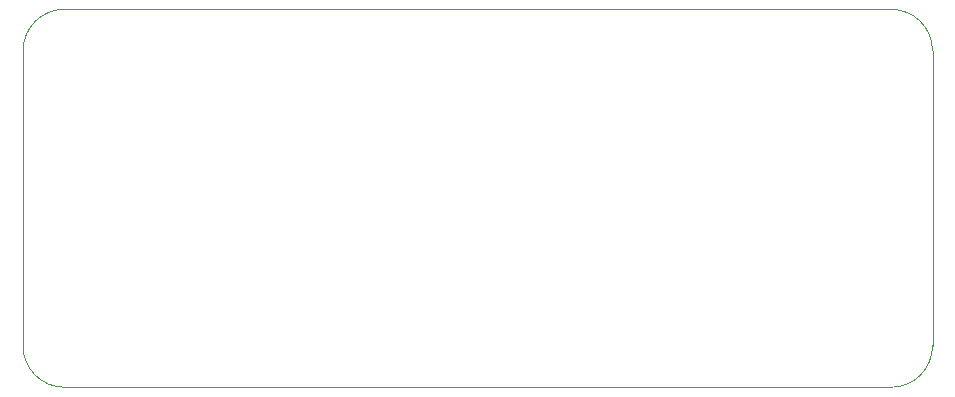
<source format=gbr>
G04 #@! TF.GenerationSoftware,KiCad,Pcbnew,(5.1.6)-1*
G04 #@! TF.CreationDate,2020-09-10T01:06:56+02:00*
G04 #@! TF.ProjectId,BananaSchplit,42616e61-6e61-4536-9368-706c69742e6b,rev?*
G04 #@! TF.SameCoordinates,Original*
G04 #@! TF.FileFunction,Profile,NP*
%FSLAX46Y46*%
G04 Gerber Fmt 4.6, Leading zero omitted, Abs format (unit mm)*
G04 Created by KiCad (PCBNEW (5.1.6)-1) date 2020-09-10 01:06:56*
%MOMM*%
%LPD*%
G01*
G04 APERTURE LIST*
G04 #@! TA.AperFunction,Profile*
%ADD10C,0.050000*%
G04 #@! TD*
G04 APERTURE END LIST*
D10*
X19300000Y-19300000D02*
G75*
G02*
X22800000Y-15800000I3500000J0D01*
G01*
X92800000Y-15800000D02*
G75*
G02*
X96300000Y-19300000I0J-3500000D01*
G01*
X96300000Y-44300000D02*
G75*
G02*
X92800000Y-47800000I-3500000J0D01*
G01*
X22800000Y-47800000D02*
G75*
G02*
X19300000Y-44300000I0J3500000D01*
G01*
X19300000Y-19300000D02*
X19300000Y-44300000D01*
X92800000Y-15800000D02*
X22800000Y-15800000D01*
X96300000Y-44300000D02*
X96300000Y-19300000D01*
X22800000Y-47800000D02*
X92800000Y-47800000D01*
M02*

</source>
